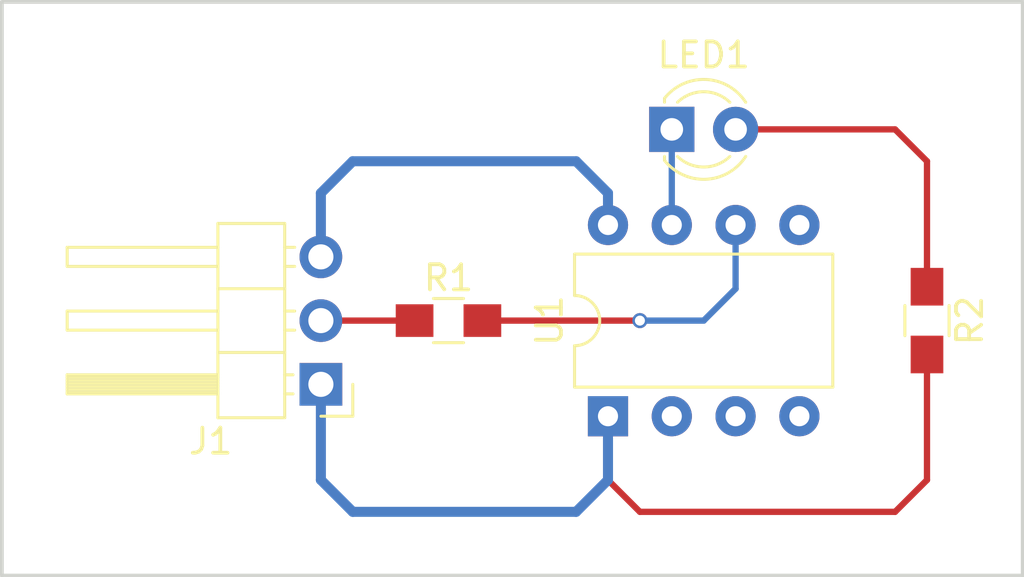
<source format=kicad_pcb>
(kicad_pcb (version 4) (host pcbnew 4.0.7)

  (general
    (links 7)
    (no_connects 0)
    (area 127.604999 97.615 165.385 117.290002)
    (thickness 1.6)
    (drawings 4)
    (tracks 25)
    (zones 0)
    (modules 5)
    (nets 11)
  )

  (page A4)
  (title_block
    (title Test)
  )

  (layers
    (0 F.Cu signal)
    (31 B.Cu signal)
    (32 B.Adhes user)
    (33 F.Adhes user)
    (34 B.Paste user)
    (35 F.Paste user)
    (36 B.SilkS user)
    (37 F.SilkS user)
    (38 B.Mask user)
    (39 F.Mask user)
    (40 Dwgs.User user)
    (41 Cmts.User user)
    (42 Eco1.User user)
    (43 Eco2.User user)
    (44 Edge.Cuts user)
    (45 Margin user)
    (46 B.CrtYd user)
    (47 F.CrtYd user)
    (48 B.Fab user)
    (49 F.Fab user)
  )

  (setup
    (last_trace_width 0.25)
    (user_trace_width 0.25)
    (user_trace_width 0.4)
    (user_trace_width 0.8)
    (user_trace_width 1.2)
    (trace_clearance 0.25)
    (zone_clearance 0.508)
    (zone_45_only no)
    (trace_min 0.25)
    (segment_width 0.2)
    (edge_width 0.15)
    (via_size 0.6)
    (via_drill 0.4)
    (via_min_size 0.4)
    (via_min_drill 0.3)
    (uvia_size 0.3)
    (uvia_drill 0.1)
    (uvias_allowed no)
    (uvia_min_size 0.2)
    (uvia_min_drill 0.1)
    (pcb_text_width 0.3)
    (pcb_text_size 1.5 1.5)
    (mod_edge_width 0.15)
    (mod_text_size 1 1)
    (mod_text_width 0.15)
    (pad_size 1.524 1.524)
    (pad_drill 0.762)
    (pad_to_mask_clearance 0.2)
    (aux_axis_origin 125.73 119.38)
    (visible_elements FFFFFF7F)
    (pcbplotparams
      (layerselection 0x00030_80000001)
      (usegerberextensions false)
      (excludeedgelayer true)
      (linewidth 0.100000)
      (plotframeref false)
      (viasonmask false)
      (mode 1)
      (useauxorigin false)
      (hpglpennumber 1)
      (hpglpenspeed 20)
      (hpglpendiameter 15)
      (hpglpenoverlay 2)
      (psnegative false)
      (psa4output false)
      (plotreference true)
      (plotvalue true)
      (plotinvisibletext false)
      (padsonsilk false)
      (subtractmaskfromsilk false)
      (outputformat 1)
      (mirror false)
      (drillshape 1)
      (scaleselection 1)
      (outputdirectory ""))
  )

  (net 0 "")
  (net 1 VCC)
  (net 2 "Net-(J1-Pad2)")
  (net 3 GND)
  (net 4 "Net-(LED1-Pad1)")
  (net 5 "Net-(LED1-Pad2)")
  (net 6 /INPUT1)
  (net 7 "Net-(U1-Pad5)")
  (net 8 "Net-(U1-Pad2)")
  (net 9 "Net-(U1-Pad3)")
  (net 10 "Net-(U1-Pad4)")

  (net_class Default "Ceci est la Netclass par défaut"
    (clearance 0.25)
    (trace_width 0.25)
    (via_dia 0.6)
    (via_drill 0.4)
    (uvia_dia 0.3)
    (uvia_drill 0.1)
    (add_net /INPUT1)
    (add_net GND)
    (add_net "Net-(J1-Pad2)")
    (add_net "Net-(LED1-Pad1)")
    (add_net "Net-(LED1-Pad2)")
    (add_net "Net-(U1-Pad2)")
    (add_net "Net-(U1-Pad3)")
    (add_net "Net-(U1-Pad4)")
    (add_net "Net-(U1-Pad5)")
    (add_net VCC)
  )

  (module Pin_Headers:Pin_Header_Angled_1x03_Pitch2.54mm (layer F.Cu) (tedit 59650532) (tstamp 5A48AF1A)
    (at 138.43 111.76 180)
    (descr "Through hole angled pin header, 1x03, 2.54mm pitch, 6mm pin length, single row")
    (tags "Through hole angled pin header THT 1x03 2.54mm single row")
    (path /5A48ABB1)
    (fp_text reference J1 (at 4.385 -2.27 180) (layer F.SilkS)
      (effects (font (size 1 1) (thickness 0.15)))
    )
    (fp_text value MyConn3 (at 4.385 7.35 180) (layer F.Fab)
      (effects (font (size 1 1) (thickness 0.15)))
    )
    (fp_line (start 2.135 -1.27) (end 4.04 -1.27) (layer F.Fab) (width 0.1))
    (fp_line (start 4.04 -1.27) (end 4.04 6.35) (layer F.Fab) (width 0.1))
    (fp_line (start 4.04 6.35) (end 1.5 6.35) (layer F.Fab) (width 0.1))
    (fp_line (start 1.5 6.35) (end 1.5 -0.635) (layer F.Fab) (width 0.1))
    (fp_line (start 1.5 -0.635) (end 2.135 -1.27) (layer F.Fab) (width 0.1))
    (fp_line (start -0.32 -0.32) (end 1.5 -0.32) (layer F.Fab) (width 0.1))
    (fp_line (start -0.32 -0.32) (end -0.32 0.32) (layer F.Fab) (width 0.1))
    (fp_line (start -0.32 0.32) (end 1.5 0.32) (layer F.Fab) (width 0.1))
    (fp_line (start 4.04 -0.32) (end 10.04 -0.32) (layer F.Fab) (width 0.1))
    (fp_line (start 10.04 -0.32) (end 10.04 0.32) (layer F.Fab) (width 0.1))
    (fp_line (start 4.04 0.32) (end 10.04 0.32) (layer F.Fab) (width 0.1))
    (fp_line (start -0.32 2.22) (end 1.5 2.22) (layer F.Fab) (width 0.1))
    (fp_line (start -0.32 2.22) (end -0.32 2.86) (layer F.Fab) (width 0.1))
    (fp_line (start -0.32 2.86) (end 1.5 2.86) (layer F.Fab) (width 0.1))
    (fp_line (start 4.04 2.22) (end 10.04 2.22) (layer F.Fab) (width 0.1))
    (fp_line (start 10.04 2.22) (end 10.04 2.86) (layer F.Fab) (width 0.1))
    (fp_line (start 4.04 2.86) (end 10.04 2.86) (layer F.Fab) (width 0.1))
    (fp_line (start -0.32 4.76) (end 1.5 4.76) (layer F.Fab) (width 0.1))
    (fp_line (start -0.32 4.76) (end -0.32 5.4) (layer F.Fab) (width 0.1))
    (fp_line (start -0.32 5.4) (end 1.5 5.4) (layer F.Fab) (width 0.1))
    (fp_line (start 4.04 4.76) (end 10.04 4.76) (layer F.Fab) (width 0.1))
    (fp_line (start 10.04 4.76) (end 10.04 5.4) (layer F.Fab) (width 0.1))
    (fp_line (start 4.04 5.4) (end 10.04 5.4) (layer F.Fab) (width 0.1))
    (fp_line (start 1.44 -1.33) (end 1.44 6.41) (layer F.SilkS) (width 0.12))
    (fp_line (start 1.44 6.41) (end 4.1 6.41) (layer F.SilkS) (width 0.12))
    (fp_line (start 4.1 6.41) (end 4.1 -1.33) (layer F.SilkS) (width 0.12))
    (fp_line (start 4.1 -1.33) (end 1.44 -1.33) (layer F.SilkS) (width 0.12))
    (fp_line (start 4.1 -0.38) (end 10.1 -0.38) (layer F.SilkS) (width 0.12))
    (fp_line (start 10.1 -0.38) (end 10.1 0.38) (layer F.SilkS) (width 0.12))
    (fp_line (start 10.1 0.38) (end 4.1 0.38) (layer F.SilkS) (width 0.12))
    (fp_line (start 4.1 -0.32) (end 10.1 -0.32) (layer F.SilkS) (width 0.12))
    (fp_line (start 4.1 -0.2) (end 10.1 -0.2) (layer F.SilkS) (width 0.12))
    (fp_line (start 4.1 -0.08) (end 10.1 -0.08) (layer F.SilkS) (width 0.12))
    (fp_line (start 4.1 0.04) (end 10.1 0.04) (layer F.SilkS) (width 0.12))
    (fp_line (start 4.1 0.16) (end 10.1 0.16) (layer F.SilkS) (width 0.12))
    (fp_line (start 4.1 0.28) (end 10.1 0.28) (layer F.SilkS) (width 0.12))
    (fp_line (start 1.11 -0.38) (end 1.44 -0.38) (layer F.SilkS) (width 0.12))
    (fp_line (start 1.11 0.38) (end 1.44 0.38) (layer F.SilkS) (width 0.12))
    (fp_line (start 1.44 1.27) (end 4.1 1.27) (layer F.SilkS) (width 0.12))
    (fp_line (start 4.1 2.16) (end 10.1 2.16) (layer F.SilkS) (width 0.12))
    (fp_line (start 10.1 2.16) (end 10.1 2.92) (layer F.SilkS) (width 0.12))
    (fp_line (start 10.1 2.92) (end 4.1 2.92) (layer F.SilkS) (width 0.12))
    (fp_line (start 1.042929 2.16) (end 1.44 2.16) (layer F.SilkS) (width 0.12))
    (fp_line (start 1.042929 2.92) (end 1.44 2.92) (layer F.SilkS) (width 0.12))
    (fp_line (start 1.44 3.81) (end 4.1 3.81) (layer F.SilkS) (width 0.12))
    (fp_line (start 4.1 4.7) (end 10.1 4.7) (layer F.SilkS) (width 0.12))
    (fp_line (start 10.1 4.7) (end 10.1 5.46) (layer F.SilkS) (width 0.12))
    (fp_line (start 10.1 5.46) (end 4.1 5.46) (layer F.SilkS) (width 0.12))
    (fp_line (start 1.042929 4.7) (end 1.44 4.7) (layer F.SilkS) (width 0.12))
    (fp_line (start 1.042929 5.46) (end 1.44 5.46) (layer F.SilkS) (width 0.12))
    (fp_line (start -1.27 0) (end -1.27 -1.27) (layer F.SilkS) (width 0.12))
    (fp_line (start -1.27 -1.27) (end 0 -1.27) (layer F.SilkS) (width 0.12))
    (fp_line (start -1.8 -1.8) (end -1.8 6.85) (layer F.CrtYd) (width 0.05))
    (fp_line (start -1.8 6.85) (end 10.55 6.85) (layer F.CrtYd) (width 0.05))
    (fp_line (start 10.55 6.85) (end 10.55 -1.8) (layer F.CrtYd) (width 0.05))
    (fp_line (start 10.55 -1.8) (end -1.8 -1.8) (layer F.CrtYd) (width 0.05))
    (fp_text user %R (at 2.77 2.54 270) (layer F.Fab)
      (effects (font (size 1 1) (thickness 0.15)))
    )
    (pad 1 thru_hole rect (at 0 0 180) (size 1.7 1.7) (drill 1) (layers *.Cu *.Mask)
      (net 1 VCC))
    (pad 2 thru_hole oval (at 0 2.54 180) (size 1.7 1.7) (drill 1) (layers *.Cu *.Mask)
      (net 2 "Net-(J1-Pad2)"))
    (pad 3 thru_hole oval (at 0 5.08 180) (size 1.7 1.7) (drill 1) (layers *.Cu *.Mask)
      (net 3 GND))
    (model ${KISYS3DMOD}/Pin_Headers.3dshapes/Pin_Header_Angled_1x03_Pitch2.54mm.wrl
      (at (xyz 0 0 0))
      (scale (xyz 1 1 1))
      (rotate (xyz 0 0 0))
    )
  )

  (module LEDs:LED_D3.0mm (layer F.Cu) (tedit 587A3A7B) (tstamp 5A48AF20)
    (at 152.4 101.6)
    (descr "LED, diameter 3.0mm, 2 pins")
    (tags "LED diameter 3.0mm 2 pins")
    (path /5A48A91A)
    (fp_text reference LED1 (at 1.27 -2.96) (layer F.SilkS)
      (effects (font (size 1 1) (thickness 0.15)))
    )
    (fp_text value LED (at 1.27 2.96) (layer F.Fab)
      (effects (font (size 1 1) (thickness 0.15)))
    )
    (fp_arc (start 1.27 0) (end -0.23 -1.16619) (angle 284.3) (layer F.Fab) (width 0.1))
    (fp_arc (start 1.27 0) (end -0.29 -1.235516) (angle 108.8) (layer F.SilkS) (width 0.12))
    (fp_arc (start 1.27 0) (end -0.29 1.235516) (angle -108.8) (layer F.SilkS) (width 0.12))
    (fp_arc (start 1.27 0) (end 0.229039 -1.08) (angle 87.9) (layer F.SilkS) (width 0.12))
    (fp_arc (start 1.27 0) (end 0.229039 1.08) (angle -87.9) (layer F.SilkS) (width 0.12))
    (fp_circle (center 1.27 0) (end 2.77 0) (layer F.Fab) (width 0.1))
    (fp_line (start -0.23 -1.16619) (end -0.23 1.16619) (layer F.Fab) (width 0.1))
    (fp_line (start -0.29 -1.236) (end -0.29 -1.08) (layer F.SilkS) (width 0.12))
    (fp_line (start -0.29 1.08) (end -0.29 1.236) (layer F.SilkS) (width 0.12))
    (fp_line (start -1.15 -2.25) (end -1.15 2.25) (layer F.CrtYd) (width 0.05))
    (fp_line (start -1.15 2.25) (end 3.7 2.25) (layer F.CrtYd) (width 0.05))
    (fp_line (start 3.7 2.25) (end 3.7 -2.25) (layer F.CrtYd) (width 0.05))
    (fp_line (start 3.7 -2.25) (end -1.15 -2.25) (layer F.CrtYd) (width 0.05))
    (pad 1 thru_hole rect (at 0 0) (size 1.8 1.8) (drill 0.9) (layers *.Cu *.Mask)
      (net 4 "Net-(LED1-Pad1)"))
    (pad 2 thru_hole circle (at 2.54 0) (size 1.8 1.8) (drill 0.9) (layers *.Cu *.Mask)
      (net 5 "Net-(LED1-Pad2)"))
    (model ${KISYS3DMOD}/LEDs.3dshapes/LED_D3.0mm.wrl
      (at (xyz 0 0 0))
      (scale (xyz 0.393701 0.393701 0.393701))
      (rotate (xyz 0 0 0))
    )
  )

  (module Resistors_SMD:R_0805_HandSoldering (layer F.Cu) (tedit 58E0A804) (tstamp 5A48AF26)
    (at 143.51 109.22)
    (descr "Resistor SMD 0805, hand soldering")
    (tags "resistor 0805")
    (path /5A48A2D4)
    (attr smd)
    (fp_text reference R1 (at 0 -1.7) (layer F.SilkS)
      (effects (font (size 1 1) (thickness 0.15)))
    )
    (fp_text value 100 (at 0 1.75) (layer F.Fab)
      (effects (font (size 1 1) (thickness 0.15)))
    )
    (fp_text user %R (at 0 0) (layer F.Fab)
      (effects (font (size 0.5 0.5) (thickness 0.075)))
    )
    (fp_line (start -1 0.62) (end -1 -0.62) (layer F.Fab) (width 0.1))
    (fp_line (start 1 0.62) (end -1 0.62) (layer F.Fab) (width 0.1))
    (fp_line (start 1 -0.62) (end 1 0.62) (layer F.Fab) (width 0.1))
    (fp_line (start -1 -0.62) (end 1 -0.62) (layer F.Fab) (width 0.1))
    (fp_line (start 0.6 0.88) (end -0.6 0.88) (layer F.SilkS) (width 0.12))
    (fp_line (start -0.6 -0.88) (end 0.6 -0.88) (layer F.SilkS) (width 0.12))
    (fp_line (start -2.35 -0.9) (end 2.35 -0.9) (layer F.CrtYd) (width 0.05))
    (fp_line (start -2.35 -0.9) (end -2.35 0.9) (layer F.CrtYd) (width 0.05))
    (fp_line (start 2.35 0.9) (end 2.35 -0.9) (layer F.CrtYd) (width 0.05))
    (fp_line (start 2.35 0.9) (end -2.35 0.9) (layer F.CrtYd) (width 0.05))
    (pad 1 smd rect (at -1.35 0) (size 1.5 1.3) (layers F.Cu F.Paste F.Mask)
      (net 2 "Net-(J1-Pad2)"))
    (pad 2 smd rect (at 1.35 0) (size 1.5 1.3) (layers F.Cu F.Paste F.Mask)
      (net 6 /INPUT1))
    (model ${KISYS3DMOD}/Resistors_SMD.3dshapes/R_0805.wrl
      (at (xyz 0 0 0))
      (scale (xyz 1 1 1))
      (rotate (xyz 0 0 0))
    )
  )

  (module Resistors_SMD:R_0805_HandSoldering (layer F.Cu) (tedit 5A48B0F8) (tstamp 5A48AF2C)
    (at 162.56 109.22 270)
    (descr "Resistor SMD 0805, hand soldering")
    (tags "resistor 0805")
    (path /5A48A4A4)
    (attr smd)
    (fp_text reference R2 (at 0 -1.7 270) (layer F.SilkS)
      (effects (font (size 1 1) (thickness 0.15)))
    )
    (fp_text value 10K (at 0 1.75 270) (layer F.Fab)
      (effects (font (size 1 1) (thickness 0.15)))
    )
    (fp_text user %R (at 0 0 450) (layer F.Fab)
      (effects (font (size 0.5 0.5) (thickness 0.075)))
    )
    (fp_line (start -1 0.62) (end -1 -0.62) (layer F.Fab) (width 0.1))
    (fp_line (start 1 0.62) (end -1 0.62) (layer F.Fab) (width 0.1))
    (fp_line (start 1 -0.62) (end 1 0.62) (layer F.Fab) (width 0.1))
    (fp_line (start -1 -0.62) (end 1 -0.62) (layer F.Fab) (width 0.1))
    (fp_line (start 0.6 0.88) (end -0.6 0.88) (layer F.SilkS) (width 0.12))
    (fp_line (start -0.6 -0.88) (end 0.6 -0.88) (layer F.SilkS) (width 0.12))
    (fp_line (start -2.35 -0.9) (end 2.35 -0.9) (layer F.CrtYd) (width 0.05))
    (fp_line (start -2.35 -0.9) (end -2.35 0.9) (layer F.CrtYd) (width 0.05))
    (fp_line (start 2.35 0.9) (end 2.35 -0.9) (layer F.CrtYd) (width 0.05))
    (fp_line (start 2.35 0.9) (end -2.35 0.9) (layer F.CrtYd) (width 0.05))
    (pad 1 smd rect (at -1.35 0 270) (size 1.5 1.3) (layers F.Cu F.Paste F.Mask)
      (net 5 "Net-(LED1-Pad2)"))
    (pad 2 smd rect (at 1.35 0 270) (size 1.5 1.3) (layers F.Cu F.Paste F.Mask)
      (net 1 VCC))
    (model ${KISYS3DMOD}/Resistors_SMD.3dshapes/R_0805.wrl
      (at (xyz 0 0 0))
      (scale (xyz 1 1 1))
      (rotate (xyz 0 0 0))
    )
  )

  (module Housings_DIP:DIP-8_W7.62mm (layer F.Cu) (tedit 59C78D6B) (tstamp 5A48AF38)
    (at 149.86 113.03 90)
    (descr "8-lead though-hole mounted DIP package, row spacing 7.62 mm (300 mils)")
    (tags "THT DIP DIL PDIP 2.54mm 7.62mm 300mil")
    (path /5A48A4F6)
    (fp_text reference U1 (at 3.81 -2.33 90) (layer F.SilkS)
      (effects (font (size 1 1) (thickness 0.15)))
    )
    (fp_text value PIC12C508A-I/SN (at 3.81 9.95 90) (layer F.Fab)
      (effects (font (size 1 1) (thickness 0.15)))
    )
    (fp_arc (start 3.81 -1.33) (end 2.81 -1.33) (angle -180) (layer F.SilkS) (width 0.12))
    (fp_line (start 1.635 -1.27) (end 6.985 -1.27) (layer F.Fab) (width 0.1))
    (fp_line (start 6.985 -1.27) (end 6.985 8.89) (layer F.Fab) (width 0.1))
    (fp_line (start 6.985 8.89) (end 0.635 8.89) (layer F.Fab) (width 0.1))
    (fp_line (start 0.635 8.89) (end 0.635 -0.27) (layer F.Fab) (width 0.1))
    (fp_line (start 0.635 -0.27) (end 1.635 -1.27) (layer F.Fab) (width 0.1))
    (fp_line (start 2.81 -1.33) (end 1.16 -1.33) (layer F.SilkS) (width 0.12))
    (fp_line (start 1.16 -1.33) (end 1.16 8.95) (layer F.SilkS) (width 0.12))
    (fp_line (start 1.16 8.95) (end 6.46 8.95) (layer F.SilkS) (width 0.12))
    (fp_line (start 6.46 8.95) (end 6.46 -1.33) (layer F.SilkS) (width 0.12))
    (fp_line (start 6.46 -1.33) (end 4.81 -1.33) (layer F.SilkS) (width 0.12))
    (fp_line (start -1.1 -1.55) (end -1.1 9.15) (layer F.CrtYd) (width 0.05))
    (fp_line (start -1.1 9.15) (end 8.7 9.15) (layer F.CrtYd) (width 0.05))
    (fp_line (start 8.7 9.15) (end 8.7 -1.55) (layer F.CrtYd) (width 0.05))
    (fp_line (start 8.7 -1.55) (end -1.1 -1.55) (layer F.CrtYd) (width 0.05))
    (fp_text user %R (at 3.81 3.81 90) (layer F.Fab)
      (effects (font (size 1 1) (thickness 0.15)))
    )
    (pad 1 thru_hole rect (at 0 0 90) (size 1.6 1.6) (drill 0.8) (layers *.Cu *.Mask)
      (net 1 VCC))
    (pad 5 thru_hole oval (at 7.62 7.62 90) (size 1.6 1.6) (drill 0.8) (layers *.Cu *.Mask)
      (net 7 "Net-(U1-Pad5)"))
    (pad 2 thru_hole oval (at 0 2.54 90) (size 1.6 1.6) (drill 0.8) (layers *.Cu *.Mask)
      (net 8 "Net-(U1-Pad2)"))
    (pad 6 thru_hole oval (at 7.62 5.08 90) (size 1.6 1.6) (drill 0.8) (layers *.Cu *.Mask)
      (net 6 /INPUT1))
    (pad 3 thru_hole oval (at 0 5.08 90) (size 1.6 1.6) (drill 0.8) (layers *.Cu *.Mask)
      (net 9 "Net-(U1-Pad3)"))
    (pad 7 thru_hole oval (at 7.62 2.54 90) (size 1.6 1.6) (drill 0.8) (layers *.Cu *.Mask)
      (net 4 "Net-(LED1-Pad1)"))
    (pad 4 thru_hole oval (at 0 7.62 90) (size 1.6 1.6) (drill 0.8) (layers *.Cu *.Mask)
      (net 10 "Net-(U1-Pad4)"))
    (pad 8 thru_hole oval (at 7.62 0 90) (size 1.6 1.6) (drill 0.8) (layers *.Cu *.Mask)
      (net 3 GND))
    (model ${KISYS3DMOD}/Housings_DIP.3dshapes/DIP-8_W7.62mm.wrl
      (at (xyz 0 0 0))
      (scale (xyz 1 1 1))
      (rotate (xyz 0 0 0))
    )
  )

  (gr_line (start 166.37 119.38) (end 125.73 119.38) (angle 90) (layer Edge.Cuts) (width 0.15))
  (gr_line (start 166.37 96.52) (end 166.37 119.38) (angle 90) (layer Edge.Cuts) (width 0.15))
  (gr_line (start 125.73 96.52) (end 166.37 96.52) (angle 90) (layer Edge.Cuts) (width 0.15))
  (gr_line (start 125.73 119.38) (end 125.73 96.52) (angle 90) (layer Edge.Cuts) (width 0.15))

  (segment (start 149.86 113.03) (end 149.86 115.57) (width 0.4) (layer B.Cu) (net 1))
  (segment (start 149.86 115.57) (end 148.59 116.84) (width 0.4) (layer B.Cu) (net 1) (tstamp 5A48B152))
  (segment (start 148.59 116.84) (end 139.7 116.84) (width 0.4) (layer B.Cu) (net 1) (tstamp 5A48B153))
  (segment (start 139.7 116.84) (end 138.43 115.57) (width 0.4) (layer B.Cu) (net 1) (tstamp 5A48B154))
  (segment (start 138.43 115.57) (end 138.43 111.76) (width 0.4) (layer B.Cu) (net 1) (tstamp 5A48B155))
  (segment (start 162.56 110.57) (end 162.56 115.57) (width 0.25) (layer F.Cu) (net 1))
  (segment (start 149.86 115.57) (end 149.86 113.03) (width 0.25) (layer F.Cu) (net 1) (tstamp 5A48B129))
  (segment (start 151.13 116.84) (end 149.86 115.57) (width 0.25) (layer F.Cu) (net 1) (tstamp 5A48B127))
  (segment (start 161.29 116.84) (end 151.13 116.84) (width 0.25) (layer F.Cu) (net 1) (tstamp 5A48B125))
  (segment (start 162.56 115.57) (end 161.29 116.84) (width 0.25) (layer F.Cu) (net 1) (tstamp 5A48B122))
  (segment (start 142.16 109.22) (end 138.43 109.22) (width 0.25) (layer F.Cu) (net 2))
  (segment (start 138.43 106.68) (end 138.43 104.14) (width 0.4) (layer B.Cu) (net 3))
  (segment (start 149.86 104.14) (end 149.86 105.41) (width 0.4) (layer B.Cu) (net 3) (tstamp 5A48B14E))
  (segment (start 148.59 102.87) (end 149.86 104.14) (width 0.4) (layer B.Cu) (net 3) (tstamp 5A48B14C))
  (segment (start 139.7 102.87) (end 148.59 102.87) (width 0.4) (layer B.Cu) (net 3) (tstamp 5A48B14A))
  (segment (start 138.43 104.14) (end 139.7 102.87) (width 0.4) (layer B.Cu) (net 3) (tstamp 5A48B147))
  (segment (start 152.4 105.41) (end 152.4 101.6) (width 0.25) (layer B.Cu) (net 4))
  (segment (start 162.56 107.87) (end 162.56 102.87) (width 0.25) (layer F.Cu) (net 5))
  (segment (start 161.29 101.6) (end 154.94 101.6) (width 0.25) (layer F.Cu) (net 5) (tstamp 5A48B114))
  (segment (start 162.56 102.87) (end 161.29 101.6) (width 0.25) (layer F.Cu) (net 5) (tstamp 5A48B111))
  (segment (start 144.86 109.22) (end 151.13 109.22) (width 0.25) (layer F.Cu) (net 6))
  (segment (start 154.94 107.95) (end 154.94 105.41) (width 0.25) (layer B.Cu) (net 6) (tstamp 5A48B3AC))
  (segment (start 153.67 109.22) (end 154.94 107.95) (width 0.25) (layer B.Cu) (net 6) (tstamp 5A48B3A8))
  (segment (start 151.13 109.22) (end 153.67 109.22) (width 0.25) (layer B.Cu) (net 6) (tstamp 5A48B3A7))
  (via (at 151.13 109.22) (size 0.6) (drill 0.4) (layers F.Cu B.Cu) (net 6))

)

</source>
